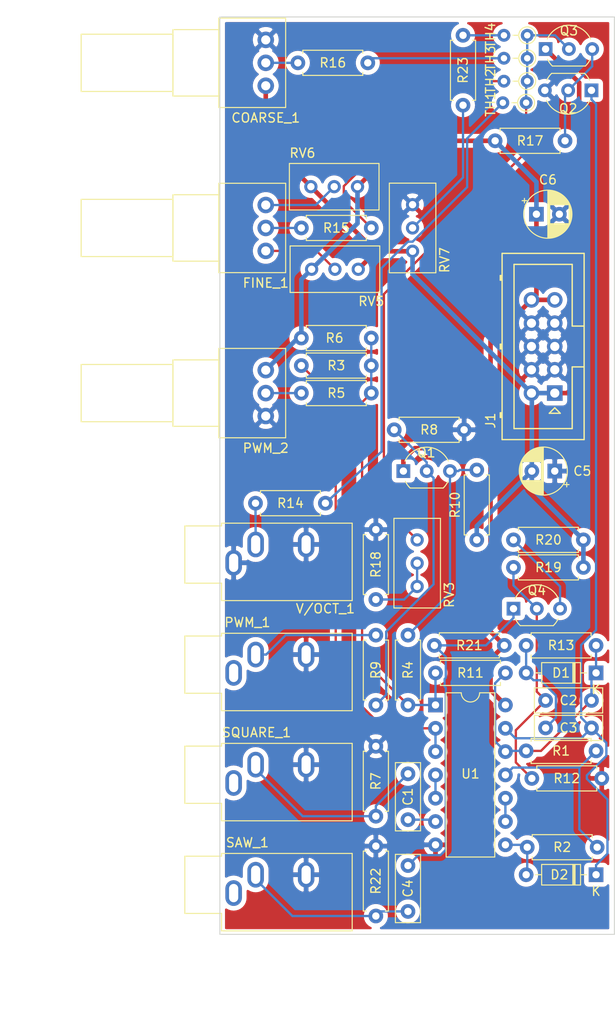
<source format=kicad_pcb>
(kicad_pcb (version 20171130) (host pcbnew 5.1.2)
  (layers (0 F.Cu signal) (31 B.Cu signal) (34 B.Paste user) (35 F.Paste user) (36 B.SilkS user) (37 F.SilkS user) (38 B.Mask user) (39 F.Mask user) (44 Edge.Cuts user))
  (net 0 "")
  (net 1 "Net-(C1-Pad2)")
  (net 2 "Net-(C1-Pad1)")
  (net 3 "Net-(C2-Pad2)")
  (net 4 "Net-(C2-Pad1)")
  (net 5 "Net-(C3-Pad2)")
  (net 6 "Net-(C3-Pad1)")
  (net 7 "Net-(C4-Pad2)")
  (net 8 "Net-(C4-Pad1)")
  (net 9 -12V)
  (net 10 GNDREF)
  (net 11 +12V)
  (net 12 "Net-(D2-Pad2)")
  (net 13 "Net-(PWM_1-PadT)")
  (net 14 "Net-(PWM_1-PadS)")
  (net 15 "Net-(Q1-Pad3)")
  (net 16 "Net-(Q1-Pad2)")
  (net 17 "Net-(Q2-Pad2)")
  (net 18 "Net-(Q3-Pad2)")
  (net 19 "Net-(Q4-Pad3)")
  (net 20 "Net-(R1-Pad1)")
  (net 21 "Net-(R11-Pad1)")
  (net 22 "Net-(R3-Pad1)")
  (net 23 "Net-(R14-Pad2)")
  (net 24 "Net-(R14-Pad1)")
  (net 25 "Net-(R15-Pad1)")
  (net 26 "Net-(R16-Pad1)")
  (net 27 "Net-(R18-Pad1)")
  (net 28 "Net-(R23-Pad2)")
  (net 29 "Net-(R23-Pad1)")
  (net 30 "Net-(SAW_1-PadS)")
  (net 31 "Net-(SQUARE_1-PadS)")
  (net 32 "Net-(U1-Pad4)")
  (net 33 "Net-(U1-Pad10)")
  (net 34 "Net-(COARSE_1-Pad2)")
  (net 35 "Net-(FINE_1-Pad1)")
  (net 36 "Net-(FINE_1-Pad2)")
  (net 37 "Net-(FINE_1-Pad3)")
  (net 38 "Net-(PWM_2-Pad2)")
  (module Potentiometer_THT:Potentiometer_Bourns_3296W_Vertical (layer F.Cu) (at 139.5 83.5 90)
    (fp_text reference RV3 (at -6 3.5 90) (layer F.SilkS))
    (fp_text value "1 k")
    (pad 3 thru_hole circle (at -5.08 0 90) (size 1.44 1.44) (drill 0.8) (layers *.Cu *.Mask) (net 27 "Net-(R18-Pad1)"))
    (pad 2 thru_hole circle (at -2.54 0 90) (size 1.44 1.44) (drill 0.8) (layers *.Cu *.Mask) (net 27 "Net-(R18-Pad1)"))
    (pad 1 thru_hole circle (at 0 0 90) (size 1.44 1.44) (drill 0.8) (layers *.Cu *.Mask) (net 18 "Net-(Q3-Pad2)"))
  )
  (module Connector_Audio:Jack_3.5mm_CUI_SJ1-3533NG_Horizontal (layer F.Cu) (at 119.5 86 90)
    (fp_text reference V/OCT_1 (at -5 10) (layer F.SilkS))
    (fp_text value AudioJack3_Ground)
    (pad R thru_hole oval (at 2 7.9 90) (size 2.8 1.8) (drill oval 2 1) (layers *.Cu *.Mask) (net 10 GNDREF))
    (pad T thru_hole oval (at 2 2.4 90) (size 2.8 1.8) (drill oval 2 1) (layers *.Cu *.Mask) (net 23 "Net-(R14-Pad2)"))
    (pad S thru_hole oval (at 0 0 90) (size 2.8 1.8) (drill oval 2 1) (layers *.Cu *.Mask) (net 10 GNDREF))
  )
  (module Package_DIP:DIP-14_W7.62mm (layer F.Cu) (at 141.5 101.5)
    (fp_text reference U1 (at 3.81 7.5) (layer F.SilkS))
    (fp_text value 4069)
    (pad 14 thru_hole oval (at 7.62 0) (size 1.6 1.6) (drill 0.8) (layers *.Cu *.Mask) (net 11 +12V))
    (pad 7 thru_hole oval (at 0 15.24) (size 1.6 1.6) (drill 0.8) (layers *.Cu *.Mask) (net 10 GNDREF))
    (pad 13 thru_hole oval (at 7.62 2.54) (size 1.6 1.6) (drill 0.8) (layers *.Cu *.Mask) (net 5 "Net-(C3-Pad2)"))
    (pad 6 thru_hole oval (at 0 12.7) (size 1.6 1.6) (drill 0.8) (layers *.Cu *.Mask) (net 1 "Net-(C1-Pad2)"))
    (pad 12 thru_hole oval (at 7.62 5.08) (size 1.6 1.6) (drill 0.8) (layers *.Cu *.Mask) (net 3 "Net-(C2-Pad2)"))
    (pad 5 thru_hole oval (at 0 10.16) (size 1.6 1.6) (drill 0.8) (layers *.Cu *.Mask) (net 32 "Net-(U1-Pad4)"))
    (pad 11 thru_hole oval (at 7.62 7.62) (size 1.6 1.6) (drill 0.8) (layers *.Cu *.Mask) (net 20 "Net-(R1-Pad1)"))
    (pad 4 thru_hole oval (at 0 7.62) (size 1.6 1.6) (drill 0.8) (layers *.Cu *.Mask) (net 32 "Net-(U1-Pad4)"))
    (pad 10 thru_hole oval (at 7.62 10.16) (size 1.6 1.6) (drill 0.8) (layers *.Cu *.Mask) (net 33 "Net-(U1-Pad10)"))
    (pad 3 thru_hole oval (at 0 5.08) (size 1.6 1.6) (drill 0.8) (layers *.Cu *.Mask) (net 22 "Net-(R3-Pad1)"))
    (pad 9 thru_hole oval (at 7.62 12.7) (size 1.6 1.6) (drill 0.8) (layers *.Cu *.Mask) (net 33 "Net-(U1-Pad10)"))
    (pad 2 thru_hole oval (at 0 2.54) (size 1.6 1.6) (drill 0.8) (layers *.Cu *.Mask) (net 22 "Net-(R3-Pad1)"))
    (pad 8 thru_hole oval (at 7.62 15.24) (size 1.6 1.6) (drill 0.8) (layers *.Cu *.Mask) (net 12 "Net-(D2-Pad2)"))
    (pad 1 thru_hole rect (at 0 0) (size 1.6 1.6) (drill 0.8) (layers *.Cu *.Mask) (net 21 "Net-(R11-Pad1)"))
  )
  (module Resistor_THT:R_Axial_DIN0204_L3.6mm_D1.6mm_P2.54mm_Vertical (layer F.Cu) (at 151.5 28.5 180)
    (fp_text reference TH4 (at 4 0 90) (layer F.SilkS))
    (fp_text value "10 k")
    (pad 2 thru_hole oval (at 2.54 0 180) (size 1.4 1.4) (drill 0.7) (layers *.Cu *.Mask) (net 29 "Net-(R23-Pad1)"))
    (pad 1 thru_hole circle (at 0 0 180) (size 1.4 1.4) (drill 0.7) (layers *.Cu *.Mask) (net 18 "Net-(Q3-Pad2)"))
  )
  (module Resistor_THT:R_Axial_DIN0204_L3.6mm_D1.6mm_P2.54mm_Vertical (layer F.Cu) (at 151.5 31 180)
    (fp_text reference TH3 (at 4 0 90) (layer F.SilkS))
    (fp_text value "10 k")
    (pad 2 thru_hole oval (at 2.54 0 180) (size 1.4 1.4) (drill 0.7) (layers *.Cu *.Mask) (net 26 "Net-(R16-Pad1)"))
    (pad 1 thru_hole circle (at 0 0 180) (size 1.4 1.4) (drill 0.7) (layers *.Cu *.Mask) (net 18 "Net-(Q3-Pad2)"))
  )
  (module Resistor_THT:R_Axial_DIN0204_L3.6mm_D1.6mm_P2.54mm_Vertical (layer F.Cu) (at 151.5 33.5 180)
    (fp_text reference TH2 (at 4 0 90) (layer F.SilkS))
    (fp_text value "10 k")
    (pad 2 thru_hole oval (at 2.54 0 180) (size 1.4 1.4) (drill 0.7) (layers *.Cu *.Mask) (net 25 "Net-(R15-Pad1)"))
    (pad 1 thru_hole circle (at 0 0 180) (size 1.4 1.4) (drill 0.7) (layers *.Cu *.Mask) (net 18 "Net-(Q3-Pad2)"))
  )
  (module Resistor_THT:R_Axial_DIN0204_L3.6mm_D1.6mm_P2.54mm_Vertical (layer F.Cu) (at 151.38 35.85 180)
    (fp_text reference TH1 (at 3.88 -0.15 90) (layer F.SilkS))
    (fp_text value "10 k")
    (pad 2 thru_hole oval (at 2.54 0 180) (size 1.4 1.4) (drill 0.7) (layers *.Cu *.Mask) (net 24 "Net-(R14-Pad1)"))
    (pad 1 thru_hole circle (at 0 0 180) (size 1.4 1.4) (drill 0.7) (layers *.Cu *.Mask) (net 18 "Net-(Q3-Pad2)"))
  )
  (module Connector_Audio:Jack_3.5mm_CUI_SJ1-3533NG_Horizontal (layer F.Cu) (at 119.5 110 90)
    (fp_text reference SQUARE_1 (at 5.5 2.5 180) (layer F.SilkS))
    (fp_text value AudioJack3_Ground)
    (pad R thru_hole oval (at 2 7.9 90) (size 2.8 1.8) (drill oval 2 1) (layers *.Cu *.Mask) (net 10 GNDREF))
    (pad T thru_hole oval (at 2 2.4 90) (size 2.8 1.8) (drill oval 2 1) (layers *.Cu *.Mask) (net 2 "Net-(C1-Pad1)"))
    (pad S thru_hole oval (at 0 0 90) (size 2.8 1.8) (drill oval 2 1) (layers *.Cu *.Mask) (net 31 "Net-(SQUARE_1-PadS)"))
  )
  (module Connector_Audio:Jack_3.5mm_CUI_SJ1-3533NG_Horizontal (layer F.Cu) (at 119.5 122 90)
    (fp_text reference SAW_1 (at 5.5 1.5 180) (layer F.SilkS))
    (fp_text value AudioJack3_Ground)
    (pad R thru_hole oval (at 2 7.9 90) (size 2.8 1.8) (drill oval 2 1) (layers *.Cu *.Mask) (net 10 GNDREF))
    (pad T thru_hole oval (at 2 2.4 90) (size 2.8 1.8) (drill oval 2 1) (layers *.Cu *.Mask) (net 8 "Net-(C4-Pad1)"))
    (pad S thru_hole oval (at 0 0 90) (size 2.8 1.8) (drill oval 2 1) (layers *.Cu *.Mask) (net 30 "Net-(SAW_1-PadS)"))
  )
  (module Potentiometer_THT:Potentiometer_Bourns_3296W_Vertical (layer F.Cu) (at 139 46.96 90)
    (fp_text reference RV7 (at -6.04 3.5 90) (layer F.SilkS))
    (fp_text value 22k)
    (pad 3 thru_hole circle (at -5.08 0 90) (size 1.44 1.44) (drill 0.8) (layers *.Cu *.Mask) (net 9 -12V))
    (pad 2 thru_hole circle (at -2.54 0 90) (size 1.44 1.44) (drill 0.8) (layers *.Cu *.Mask) (net 28 "Net-(R23-Pad2)"))
    (pad 1 thru_hole circle (at 0 0 90) (size 1.44 1.44) (drill 0.8) (layers *.Cu *.Mask) (net 10 GNDREF))
  )
  (module Potentiometer_THT:Potentiometer_Bourns_3296W_Vertical (layer F.Cu) (at 133 45)
    (fp_text reference RV6 (at -6 -3.66) (layer F.SilkS))
    (fp_text value 22k)
    (pad 3 thru_hole circle (at -5.08 0) (size 1.44 1.44) (drill 0.8) (layers *.Cu *.Mask) (net 9 -12V))
    (pad 2 thru_hole circle (at -2.54 0) (size 1.44 1.44) (drill 0.8) (layers *.Cu *.Mask) (net 35 "Net-(FINE_1-Pad1)"))
    (pad 1 thru_hole circle (at 0 0) (size 1.44 1.44) (drill 0.8) (layers *.Cu *.Mask) (net 11 +12V))
  )
  (module Potentiometer_THT:Potentiometer_Bourns_3296W_Vertical (layer F.Cu) (at 128 54 180)
    (fp_text reference RV5 (at -6.5 -3.5) (layer F.SilkS))
    (fp_text value 22k)
    (pad 3 thru_hole circle (at -5.08 0 180) (size 1.44 1.44) (drill 0.8) (layers *.Cu *.Mask) (net 9 -12V))
    (pad 2 thru_hole circle (at -2.54 0 180) (size 1.44 1.44) (drill 0.8) (layers *.Cu *.Mask) (net 37 "Net-(FINE_1-Pad3)"))
    (pad 1 thru_hole circle (at 0 0 180) (size 1.44 1.44) (drill 0.8) (layers *.Cu *.Mask) (net 11 +12V))
  )
  (module Potentiometer_THT:Potentiometer_Alps_RK097_Single_Horizontal (layer F.Cu) (at 123 47 180)
    (fp_text reference FINE_1 (at 0 -8.5) (layer F.SilkS))
    (fp_text value "22 k")
    (pad 1 thru_hole circle (at 0 0 180) (size 1.8 1.8) (drill 1) (layers *.Cu *.Mask) (net 35 "Net-(FINE_1-Pad1)"))
    (pad 2 thru_hole circle (at 0 -2.5 180) (size 1.8 1.8) (drill 1) (layers *.Cu *.Mask) (net 36 "Net-(FINE_1-Pad2)"))
    (pad 3 thru_hole circle (at 0 -5 180) (size 1.8 1.8) (drill 1) (layers *.Cu *.Mask) (net 37 "Net-(FINE_1-Pad3)"))
  )
  (module Potentiometer_THT:Potentiometer_Alps_RK097_Single_Horizontal (layer F.Cu) (at 123 29 180)
    (fp_text reference COARSE_1 (at 0 -8.5) (layer F.SilkS))
    (fp_text value "22 k")
    (pad 1 thru_hole circle (at 0 0 180) (size 1.8 1.8) (drill 1) (layers *.Cu *.Mask) (net 10 GNDREF))
    (pad 2 thru_hole circle (at 0 -2.5 180) (size 1.8 1.8) (drill 1) (layers *.Cu *.Mask) (net 34 "Net-(COARSE_1-Pad2)"))
    (pad 3 thru_hole circle (at 0 -5 180) (size 1.8 1.8) (drill 1) (layers *.Cu *.Mask) (net 9 -12V))
  )
  (module Potentiometer_THT:Potentiometer_Alps_RK097_Single_Horizontal (layer F.Cu) (at 123 65 180)
    (fp_text reference PWM_2 (at 0 -8.5) (layer F.SilkS))
    (fp_text value "22 k")
    (pad 1 thru_hole circle (at 0 0 180) (size 1.8 1.8) (drill 1) (layers *.Cu *.Mask) (net 11 +12V))
    (pad 2 thru_hole circle (at 0 -2.5 180) (size 1.8 1.8) (drill 1) (layers *.Cu *.Mask) (net 38 "Net-(PWM_2-Pad2)"))
    (pad 3 thru_hole circle (at 0 -5 180) (size 1.8 1.8) (drill 1) (layers *.Cu *.Mask) (net 10 GNDREF))
  )
  (module Resistor_THT:R_Axial_DIN0207_L6.3mm_D2.5mm_P7.62mm_Horizontal (layer F.Cu) (at 144.5 28.5 270)
    (fp_text reference R23 (at 3.81 0 90) (layer F.SilkS))
    (fp_text value "100 k")
    (pad 2 thru_hole oval (at 7.62 0 270) (size 1.6 1.6) (drill 0.8) (layers *.Cu *.Mask) (net 28 "Net-(R23-Pad2)"))
    (pad 1 thru_hole circle (at 0 0 270) (size 1.6 1.6) (drill 0.8) (layers *.Cu *.Mask) (net 29 "Net-(R23-Pad1)"))
  )
  (module Resistor_THT:R_Axial_DIN0207_L6.3mm_D2.5mm_P7.62mm_Horizontal (layer F.Cu) (at 135 124.5 90)
    (fp_text reference R22 (at 3.81 0 90) (layer F.SilkS))
    (fp_text value "100 k")
    (pad 2 thru_hole oval (at 7.62 0 90) (size 1.6 1.6) (drill 0.8) (layers *.Cu *.Mask) (net 10 GNDREF))
    (pad 1 thru_hole circle (at 0 0 90) (size 1.6 1.6) (drill 0.8) (layers *.Cu *.Mask) (net 8 "Net-(C4-Pad1)"))
  )
  (module Resistor_THT:R_Axial_DIN0207_L6.3mm_D2.5mm_P7.62mm_Horizontal (layer F.Cu) (at 149 95 180)
    (fp_text reference R21 (at 3.81 0) (layer F.SilkS))
    (fp_text value "3.3 k")
    (pad 2 thru_hole oval (at 7.62 0 180) (size 1.6 1.6) (drill 0.8) (layers *.Cu *.Mask) (net 7 "Net-(C4-Pad2)"))
    (pad 1 thru_hole circle (at 0 0 180) (size 1.6 1.6) (drill 0.8) (layers *.Cu *.Mask) (net 11 +12V))
  )
  (module Resistor_THT:R_Axial_DIN0207_L6.3mm_D2.5mm_P7.62mm_Horizontal (layer F.Cu) (at 150 83.5)
    (fp_text reference R20 (at 3.81 0) (layer F.SilkS))
    (fp_text value "1 k")
    (pad 2 thru_hole oval (at 7.62 0) (size 1.6 1.6) (drill 0.8) (layers *.Cu *.Mask) (net 9 -12V))
    (pad 1 thru_hole circle (at 0 0) (size 1.6 1.6) (drill 0.8) (layers *.Cu *.Mask) (net 19 "Net-(Q4-Pad3)"))
  )
  (module Resistor_THT:R_Axial_DIN0207_L6.3mm_D2.5mm_P7.62mm_Horizontal (layer F.Cu) (at 150 86.5)
    (fp_text reference R19 (at 3.81 0) (layer F.SilkS))
    (fp_text value "33 k")
    (pad 2 thru_hole oval (at 7.62 0) (size 1.6 1.6) (drill 0.8) (layers *.Cu *.Mask) (net 9 -12V))
    (pad 1 thru_hole circle (at 0 0) (size 1.6 1.6) (drill 0.8) (layers *.Cu *.Mask) (net 4 "Net-(C2-Pad1)"))
  )
  (module Resistor_THT:R_Axial_DIN0207_L6.3mm_D2.5mm_P7.62mm_Horizontal (layer F.Cu) (at 135 90 90)
    (fp_text reference R18 (at 3.81 0 90) (layer F.SilkS))
    (fp_text value "1.5 k")
    (pad 2 thru_hole oval (at 7.62 0 90) (size 1.6 1.6) (drill 0.8) (layers *.Cu *.Mask) (net 10 GNDREF))
    (pad 1 thru_hole circle (at 0 0 90) (size 1.6 1.6) (drill 0.8) (layers *.Cu *.Mask) (net 27 "Net-(R18-Pad1)"))
  )
  (module Resistor_THT:R_Axial_DIN0207_L6.3mm_D2.5mm_P7.62mm_Horizontal (layer F.Cu) (at 148 40)
    (fp_text reference R17 (at 3.81 0) (layer F.SilkS))
    (fp_text value "1 M")
    (pad 2 thru_hole oval (at 7.62 0) (size 1.6 1.6) (drill 0.8) (layers *.Cu *.Mask) (net 17 "Net-(Q2-Pad2)"))
    (pad 1 thru_hole circle (at 0 0) (size 1.6 1.6) (drill 0.8) (layers *.Cu *.Mask) (net 11 +12V))
  )
  (module Resistor_THT:R_Axial_DIN0207_L6.3mm_D2.5mm_P7.62mm_Horizontal (layer F.Cu) (at 134.12 31.5 180)
    (fp_text reference R16 (at 3.81 0) (layer F.SilkS))
    (fp_text value "100 k")
    (pad 2 thru_hole oval (at 7.62 0 180) (size 1.6 1.6) (drill 0.8) (layers *.Cu *.Mask) (net 34 "Net-(COARSE_1-Pad2)"))
    (pad 1 thru_hole circle (at 0 0 180) (size 1.6 1.6) (drill 0.8) (layers *.Cu *.Mask) (net 26 "Net-(R16-Pad1)"))
  )
  (module Resistor_THT:R_Axial_DIN0207_L6.3mm_D2.5mm_P7.62mm_Horizontal (layer F.Cu) (at 134.5 49.5 180)
    (fp_text reference R15 (at 3.81 0) (layer F.SilkS))
    (fp_text value "100 k")
    (pad 2 thru_hole oval (at 7.62 0 180) (size 1.6 1.6) (drill 0.8) (layers *.Cu *.Mask) (net 36 "Net-(FINE_1-Pad2)"))
    (pad 1 thru_hole circle (at 0 0 180) (size 1.6 1.6) (drill 0.8) (layers *.Cu *.Mask) (net 25 "Net-(R15-Pad1)"))
  )
  (module Resistor_THT:R_Axial_DIN0207_L6.3mm_D2.5mm_P7.62mm_Horizontal (layer F.Cu) (at 129.5 79.5 180)
    (fp_text reference R14 (at 3.81 0) (layer F.SilkS))
    (fp_text value "100 k")
    (pad 2 thru_hole oval (at 7.62 0 180) (size 1.6 1.6) (drill 0.8) (layers *.Cu *.Mask) (net 23 "Net-(R14-Pad2)"))
    (pad 1 thru_hole circle (at 0 0 180) (size 1.6 1.6) (drill 0.8) (layers *.Cu *.Mask) (net 24 "Net-(R14-Pad1)"))
  )
  (module Resistor_THT:R_Axial_DIN0207_L6.3mm_D2.5mm_P7.62mm_Horizontal (layer F.Cu) (at 159 95 180)
    (fp_text reference R13 (at 3.81 0) (layer F.SilkS))
    (fp_text value 680)
    (pad 2 thru_hole oval (at 7.62 0 180) (size 1.6 1.6) (drill 0.8) (layers *.Cu *.Mask) (net 6 "Net-(C3-Pad1)"))
    (pad 1 thru_hole circle (at 0 0 180) (size 1.6 1.6) (drill 0.8) (layers *.Cu *.Mask) (net 3 "Net-(C2-Pad2)"))
  )
  (module Resistor_THT:R_Axial_DIN0207_L6.3mm_D2.5mm_P7.62mm_Horizontal (layer F.Cu) (at 152 109.5)
    (fp_text reference R12 (at 3.81 0) (layer F.SilkS))
    (fp_text value "100 k")
    (pad 2 thru_hole oval (at 7.62 0) (size 1.6 1.6) (drill 0.8) (layers *.Cu *.Mask) (net 10 GNDREF))
    (pad 1 thru_hole circle (at 0 0) (size 1.6 1.6) (drill 0.8) (layers *.Cu *.Mask) (net 4 "Net-(C2-Pad1)"))
  )
  (module Resistor_THT:R_Axial_DIN0207_L6.3mm_D2.5mm_P7.62mm_Horizontal (layer F.Cu) (at 141.5 98)
    (fp_text reference R11 (at 3.81 0) (layer F.SilkS))
    (fp_text value "47 k")
    (pad 2 thru_hole oval (at 7.62 0) (size 1.6 1.6) (drill 0.8) (layers *.Cu *.Mask) (net 3 "Net-(C2-Pad2)"))
    (pad 1 thru_hole circle (at 0 0) (size 1.6 1.6) (drill 0.8) (layers *.Cu *.Mask) (net 21 "Net-(R11-Pad1)"))
  )
  (module Resistor_THT:R_Axial_DIN0207_L6.3mm_D2.5mm_P7.62mm_Horizontal (layer F.Cu) (at 146 83.5 90)
    (fp_text reference R10 (at 3.81 -2.37 90) (layer F.SilkS))
    (fp_text value "10 k")
    (pad 2 thru_hole oval (at 7.62 0 90) (size 1.6 1.6) (drill 0.8) (layers *.Cu *.Mask) (net 15 "Net-(Q1-Pad3)"))
    (pad 1 thru_hole circle (at 0 0 90) (size 1.6 1.6) (drill 0.8) (layers *.Cu *.Mask) (net 9 -12V))
  )
  (module Resistor_THT:R_Axial_DIN0207_L6.3mm_D2.5mm_P7.62mm_Horizontal (layer F.Cu) (at 135 101.5 90)
    (fp_text reference R9 (at 3.81 0 90) (layer F.SilkS))
    (fp_text value "100 k")
    (pad 2 thru_hole oval (at 7.62 0 90) (size 1.6 1.6) (drill 0.8) (layers *.Cu *.Mask) (net 13 "Net-(PWM_1-PadT)"))
    (pad 1 thru_hole circle (at 0 0 90) (size 1.6 1.6) (drill 0.8) (layers *.Cu *.Mask) (net 16 "Net-(Q1-Pad2)"))
  )
  (module Resistor_THT:R_Axial_DIN0207_L6.3mm_D2.5mm_P7.62mm_Horizontal (layer F.Cu) (at 137 71.5)
    (fp_text reference R8 (at 3.81 0) (layer F.SilkS))
    (fp_text value "1 M")
    (pad 2 thru_hole oval (at 7.62 0) (size 1.6 1.6) (drill 0.8) (layers *.Cu *.Mask) (net 10 GNDREF))
    (pad 1 thru_hole circle (at 0 0) (size 1.6 1.6) (drill 0.8) (layers *.Cu *.Mask) (net 16 "Net-(Q1-Pad2)"))
  )
  (module Resistor_THT:R_Axial_DIN0207_L6.3mm_D2.5mm_P7.62mm_Horizontal (layer F.Cu) (at 135 106 270)
    (fp_text reference R7 (at 3.81 0 90) (layer F.SilkS))
    (fp_text value "100 k")
    (pad 2 thru_hole oval (at 7.62 0 270) (size 1.6 1.6) (drill 0.8) (layers *.Cu *.Mask) (net 2 "Net-(C1-Pad1)"))
    (pad 1 thru_hole circle (at 0 0 270) (size 1.6 1.6) (drill 0.8) (layers *.Cu *.Mask) (net 10 GNDREF))
  )
  (module Resistor_THT:R_Axial_DIN0207_L6.3mm_D2.5mm_P7.62mm_Horizontal (layer F.Cu) (at 134.5 61.5 180)
    (fp_text reference R6 (at 4 0) (layer F.SilkS))
    (fp_text value "68 k")
    (pad 2 thru_hole oval (at 7.62 0 180) (size 1.6 1.6) (drill 0.8) (layers *.Cu *.Mask) (net 11 +12V))
    (pad 1 thru_hole circle (at 0 0 180) (size 1.6 1.6) (drill 0.8) (layers *.Cu *.Mask) (net 21 "Net-(R11-Pad1)"))
  )
  (module Resistor_THT:R_Axial_DIN0207_L6.3mm_D2.5mm_P7.62mm_Horizontal (layer F.Cu) (at 134.5 67.5 180)
    (fp_text reference R5 (at 3.81 0) (layer F.SilkS))
    (fp_text value "100 k")
    (pad 2 thru_hole oval (at 7.62 0 180) (size 1.6 1.6) (drill 0.8) (layers *.Cu *.Mask) (net 38 "Net-(PWM_2-Pad2)"))
    (pad 1 thru_hole circle (at 0 0 180) (size 1.6 1.6) (drill 0.8) (layers *.Cu *.Mask) (net 21 "Net-(R11-Pad1)"))
  )
  (module Resistor_THT:R_Axial_DIN0207_L6.3mm_D2.5mm_P7.62mm_Horizontal (layer F.Cu) (at 138.5 101.5 90)
    (fp_text reference R4 (at 3.81 0 90) (layer F.SilkS))
    (fp_text value "100 k")
    (pad 2 thru_hole oval (at 7.62 0 90) (size 1.6 1.6) (drill 0.8) (layers *.Cu *.Mask) (net 15 "Net-(Q1-Pad3)"))
    (pad 1 thru_hole circle (at 0 0 90) (size 1.6 1.6) (drill 0.8) (layers *.Cu *.Mask) (net 21 "Net-(R11-Pad1)"))
  )
  (module Resistor_THT:R_Axial_DIN0207_L6.3mm_D2.5mm_P7.62mm_Horizontal (layer F.Cu) (at 126.88 64.5)
    (fp_text reference R3 (at 3.81 0) (layer F.SilkS))
    (fp_text value "100 k")
    (pad 2 thru_hole oval (at 7.62 0) (size 1.6 1.6) (drill 0.8) (layers *.Cu *.Mask) (net 21 "Net-(R11-Pad1)"))
    (pad 1 thru_hole circle (at 0 0) (size 1.6 1.6) (drill 0.8) (layers *.Cu *.Mask) (net 22 "Net-(R3-Pad1)"))
  )
  (module Resistor_THT:R_Axial_DIN0207_L6.3mm_D2.5mm_P7.62mm_Horizontal (layer F.Cu) (at 151.5 117)
    (fp_text reference R2 (at 3.81 0) (layer F.SilkS))
    (fp_text value "22 k")
    (pad 2 thru_hole oval (at 7.62 0) (size 1.6 1.6) (drill 0.8) (layers *.Cu *.Mask) (net 20 "Net-(R1-Pad1)"))
    (pad 1 thru_hole circle (at 0 0) (size 1.6 1.6) (drill 0.8) (layers *.Cu *.Mask) (net 12 "Net-(D2-Pad2)"))
  )
  (module Resistor_THT:R_Axial_DIN0207_L6.3mm_D2.5mm_P7.62mm_Horizontal (layer F.Cu) (at 159 106.5 180)
    (fp_text reference R1 (at 3.81 0) (layer F.SilkS))
    (fp_text value "10 k")
    (pad 2 thru_hole oval (at 7.62 0 180) (size 1.6 1.6) (drill 0.8) (layers *.Cu *.Mask) (net 3 "Net-(C2-Pad2)"))
    (pad 1 thru_hole circle (at 0 0 180) (size 1.6 1.6) (drill 0.8) (layers *.Cu *.Mask) (net 20 "Net-(R1-Pad1)"))
  )
  (module Package_TO_SOT_THT:TO-92_Inline_Wide (layer F.Cu) (at 150 91)
    (fp_text reference Q4 (at 2.54 -2) (layer F.SilkS))
    (fp_text value BC550)
    (pad 1 thru_hole rect (at 0 0 90) (size 1.5 1.5) (drill 0.8) (layers *.Cu *.Mask) (net 7 "Net-(C4-Pad2)"))
    (pad 3 thru_hole circle (at 5.08 0 90) (size 1.5 1.5) (drill 0.8) (layers *.Cu *.Mask) (net 19 "Net-(Q4-Pad3)"))
    (pad 2 thru_hole circle (at 2.54 0 90) (size 1.5 1.5) (drill 0.8) (layers *.Cu *.Mask) (net 4 "Net-(C2-Pad1)"))
  )
  (module Package_TO_SOT_THT:TO-92_Inline_Wide (layer F.Cu) (at 153.5 30)
    (fp_text reference Q3 (at 2.54 -2) (layer F.SilkS))
    (fp_text value BC560)
    (pad 1 thru_hole rect (at 0 0 90) (size 1.5 1.5) (drill 0.8) (layers *.Cu *.Mask) (net 9 -12V))
    (pad 3 thru_hole circle (at 5.08 0 90) (size 1.5 1.5) (drill 0.8) (layers *.Cu *.Mask) (net 17 "Net-(Q2-Pad2)"))
    (pad 2 thru_hole circle (at 2.54 0 90) (size 1.5 1.5) (drill 0.8) (layers *.Cu *.Mask) (net 18 "Net-(Q3-Pad2)"))
  )
  (module Package_TO_SOT_THT:TO-92_Inline_Wide (layer F.Cu) (at 158.5 34.5 180)
    (fp_text reference Q2 (at 2.54 -2) (layer F.SilkS))
    (fp_text value BC550)
    (pad 1 thru_hole rect (at 0 0 270) (size 1.5 1.5) (drill 0.8) (layers *.Cu *.Mask) (net 5 "Net-(C3-Pad2)"))
    (pad 3 thru_hole circle (at 5.08 0 270) (size 1.5 1.5) (drill 0.8) (layers *.Cu *.Mask) (net 10 GNDREF))
    (pad 2 thru_hole circle (at 2.54 0 270) (size 1.5 1.5) (drill 0.8) (layers *.Cu *.Mask) (net 17 "Net-(Q2-Pad2)"))
  )
  (module Package_TO_SOT_THT:TO-92_Inline_Wide (layer F.Cu) (at 138 76)
    (fp_text reference Q1 (at 2.5 -2) (layer F.SilkS))
    (fp_text value BC550)
    (pad 1 thru_hole rect (at 0 0 90) (size 1.5 1.5) (drill 0.8) (layers *.Cu *.Mask) (net 11 +12V))
    (pad 3 thru_hole circle (at 5.08 0 90) (size 1.5 1.5) (drill 0.8) (layers *.Cu *.Mask) (net 15 "Net-(Q1-Pad3)"))
    (pad 2 thru_hole circle (at 2.54 0 90) (size 1.5 1.5) (drill 0.8) (layers *.Cu *.Mask) (net 16 "Net-(Q1-Pad2)"))
  )
  (module Connector_Audio:Jack_3.5mm_CUI_SJ1-3533NG_Horizontal (layer F.Cu) (at 119.5 98 90)
    (fp_text reference PWM_1 (at 5.5 1.5 180) (layer F.SilkS))
    (fp_text value AudioJack3_Ground)
    (pad R thru_hole oval (at 2 7.9 90) (size 2.8 1.8) (drill oval 2 1) (layers *.Cu *.Mask) (net 10 GNDREF))
    (pad T thru_hole oval (at 2 2.4 90) (size 2.8 1.8) (drill oval 2 1) (layers *.Cu *.Mask) (net 13 "Net-(PWM_1-PadT)"))
    (pad S thru_hole oval (at 0 0 90) (size 2.8 1.8) (drill oval 2 1) (layers *.Cu *.Mask) (net 14 "Net-(PWM_1-PadS)"))
  )
  (module Connector_Multicomp:Multicomp_MC9A12-1034_2x05_P2.54mm_Vertical (layer F.Cu) (at 154.5 67.5 90)
    (fp_text reference J1 (at -3 -7 90) (layer F.SilkS))
    (fp_text value Conn_02x05_Odd_Even)
    (pad 10 thru_hole circle (at 10.16 -2.54 90) (size 1.7 1.7) (drill 1) (layers *.Cu *.Mask) (net 11 +12V))
    (pad 9 thru_hole circle (at 10.16 0 90) (size 1.7 1.7) (drill 1) (layers *.Cu *.Mask) (net 11 +12V))
    (pad 8 thru_hole circle (at 7.62 -2.54 90) (size 1.7 1.7) (drill 1) (layers *.Cu *.Mask) (net 10 GNDREF))
    (pad 7 thru_hole circle (at 7.62 0 90) (size 1.7 1.7) (drill 1) (layers *.Cu *.Mask) (net 10 GNDREF))
    (pad 6 thru_hole circle (at 5.08 -2.54 90) (size 1.7 1.7) (drill 1) (layers *.Cu *.Mask) (net 10 GNDREF))
    (pad 5 thru_hole circle (at 5.08 0 90) (size 1.7 1.7) (drill 1) (layers *.Cu *.Mask) (net 10 GNDREF))
    (pad 4 thru_hole circle (at 2.54 -2.54 90) (size 1.7 1.7) (drill 1) (layers *.Cu *.Mask) (net 10 GNDREF))
    (pad 3 thru_hole circle (at 2.54 0 90) (size 1.7 1.7) (drill 1) (layers *.Cu *.Mask) (net 10 GNDREF))
    (pad 2 thru_hole circle (at 0 -2.54 90) (size 1.7 1.7) (drill 1) (layers *.Cu *.Mask) (net 9 -12V))
    (pad 1 thru_hole rect (at 0 0 90) (size 1.7 1.7) (drill 1) (layers *.Cu *.Mask) (net 9 -12V))
  )
  (module Diode_THT:D_DO-35_SOD27_P7.62mm_Horizontal (layer F.Cu) (at 159 120 180)
    (fp_text reference D2 (at 4 0) (layer F.SilkS))
    (fp_text value 1N4148)
    (fp_text user K (at 0 -1.8) (layer F.SilkS))
    (pad 2 thru_hole oval (at 7.62 0 180) (size 1.6 1.6) (drill 0.8) (layers *.Cu *.Mask) (net 12 "Net-(D2-Pad2)"))
    (pad 1 thru_hole rect (at 0 0 180) (size 1.6 1.6) (drill 0.8) (layers *.Cu *.Mask) (net 5 "Net-(C3-Pad2)"))
  )
  (module Diode_THT:D_DO-35_SOD27_P7.62mm_Horizontal (layer F.Cu) (at 159 98 180)
    (fp_text reference D1 (at 3.81 0) (layer F.SilkS))
    (fp_text value 1N4148)
    (fp_text user K (at 0 -1.8) (layer F.SilkS))
    (pad 2 thru_hole oval (at 7.62 0 180) (size 1.6 1.6) (drill 0.8) (layers *.Cu *.Mask) (net 6 "Net-(C3-Pad1)"))
    (pad 1 thru_hole rect (at 0 0 180) (size 1.6 1.6) (drill 0.8) (layers *.Cu *.Mask) (net 3 "Net-(C2-Pad2)"))
  )
  (module Capacitor_THT:CP_Radial_D5.0mm_P2.50mm (layer F.Cu) (at 152.5 48)
    (fp_text reference C6 (at 1.25 -3.75) (layer F.SilkS))
    (fp_text value 22µf)
    (pad 2 thru_hole circle (at 2.5 0) (size 1.6 1.6) (drill 0.8) (layers *.Cu *.Mask) (net 10 GNDREF))
    (pad 1 thru_hole rect (at 0 0) (size 1.6 1.6) (drill 0.8) (layers *.Cu *.Mask) (net 11 +12V))
  )
  (module Capacitor_THT:CP_Radial_D5.0mm_P2.50mm (layer F.Cu) (at 154.5 76 180)
    (fp_text reference C5 (at -3 0) (layer F.SilkS))
    (fp_text value 22µf)
    (pad 2 thru_hole circle (at 2.5 0 180) (size 1.6 1.6) (drill 0.8) (layers *.Cu *.Mask) (net 9 -12V))
    (pad 1 thru_hole rect (at 0 0 180) (size 1.6 1.6) (drill 0.8) (layers *.Cu *.Mask) (net 10 GNDREF))
  )
  (module Capacitor_THT:C_Rect_L7.2mm_W2.5mm_P5.00mm_FKS2_FKP2_MKS2_MKP2 (layer F.Cu) (at 138.5 124 90)
    (fp_text reference C4 (at 2.5 0 90) (layer F.SilkS))
    (fp_text value "220 nf")
    (pad 2 thru_hole circle (at 5 0 90) (size 1.6 1.6) (drill 0.8) (layers *.Cu *.Mask) (net 7 "Net-(C4-Pad2)"))
    (pad 1 thru_hole circle (at 0 0 90) (size 1.6 1.6) (drill 0.8) (layers *.Cu *.Mask) (net 8 "Net-(C4-Pad1)"))
  )
  (module Capacitor_THT:C_Rect_L7.2mm_W2.5mm_P5.00mm_FKS2_FKP2_MKS2_MKP2 (layer F.Cu) (at 153.5 104)
    (fp_text reference C3 (at 2.5 0) (layer F.SilkS))
    (fp_text value "2.2 nf")
    (pad 2 thru_hole circle (at 5 0) (size 1.6 1.6) (drill 0.8) (layers *.Cu *.Mask) (net 5 "Net-(C3-Pad2)"))
    (pad 1 thru_hole circle (at 0 0) (size 1.6 1.6) (drill 0.8) (layers *.Cu *.Mask) (net 6 "Net-(C3-Pad1)"))
  )
  (module Capacitor_THT:C_Rect_L7.2mm_W2.5mm_P5.00mm_FKS2_FKP2_MKS2_MKP2 (layer F.Cu) (at 153.5 101)
    (fp_text reference C2 (at 2.5 0) (layer F.SilkS))
    (fp_text value "220 nf")
    (pad 2 thru_hole circle (at 5 0) (size 1.6 1.6) (drill 0.8) (layers *.Cu *.Mask) (net 3 "Net-(C2-Pad2)"))
    (pad 1 thru_hole circle (at 0 0) (size 1.6 1.6) (drill 0.8) (layers *.Cu *.Mask) (net 4 "Net-(C2-Pad1)"))
  )
  (module Capacitor_THT:C_Rect_L7.2mm_W2.5mm_P5.00mm_FKS2_FKP2_MKS2_MKP2 (layer F.Cu) (at 138.5 109 270)
    (fp_text reference C1 (at 2.5 0 90) (layer F.SilkS))
    (fp_text value "220 nf")
    (pad 2 thru_hole circle (at 5 0 270) (size 1.6 1.6) (drill 0.8) (layers *.Cu *.Mask) (net 1 "Net-(C1-Pad2)"))
    (pad 1 thru_hole circle (at 0 0 270) (size 1.6 1.6) (drill 0.8) (layers *.Cu *.Mask) (net 2 "Net-(C1-Pad1)"))
  )
  (gr_line (start 161 26.5) (end 118 26.5) (layer Edge.Cuts) (width 0.1))
  (gr_line (start 161 126.5) (end 161 26.5) (layer Edge.Cuts) (width 0.1))
  (gr_line (start 118 126.5) (end 161 126.5) (layer Edge.Cuts) (width 0.1))
  (gr_line (start 118 126.5) (end 118 26.5) (layer Edge.Cuts) (width 0.1))
  (segment (start 141.3 114) (end 141.5 114.2) (width 0.25) (layer B.Cu) (net 1))
  (segment (start 138.5 114) (end 141.3 114) (width 0.25) (layer B.Cu) (net 1))
  (segment (start 135 112.5) (end 135 113.62) (width 0.25) (layer B.Cu) (net 2))
  (segment (start 138.5 109) (end 135 112.5) (width 0.25) (layer B.Cu) (net 2))
  (segment (start 121.9 108.5) (end 121.9 108) (width 0.25) (layer B.Cu) (net 2))
  (segment (start 127.02 113.62) (end 121.9 108.5) (width 0.25) (layer B.Cu) (net 2))
  (segment (start 135 113.62) (end 127.02 113.62) (width 0.25) (layer B.Cu) (net 2))
  (segment (start 149.2 106.5) (end 149.12 106.58) (width 0.25) (layer B.Cu) (net 3))
  (segment (start 151.38 106.5) (end 149.2 106.5) (width 0.25) (layer B.Cu) (net 3))
  (segment (start 147.994999 99.125001) (end 148.320001 98.799999) (width 0.25) (layer B.Cu) (net 3))
  (segment (start 147.994999 105.454999) (end 147.994999 99.125001) (width 0.25) (layer B.Cu) (net 3))
  (segment (start 148.320001 98.799999) (end 149.12 98) (width 0.25) (layer B.Cu) (net 3))
  (segment (start 149.12 106.58) (end 147.994999 105.454999) (width 0.25) (layer B.Cu) (net 3))
  (segment (start 153 106.5) (end 158.5 101) (width 0.25) (layer F.Cu) (net 3))
  (segment (start 151.38 106.5) (end 153 106.5) (width 0.25) (layer F.Cu) (net 3))
  (segment (start 158.5 98.5) (end 159 98) (width 0.25) (layer B.Cu) (net 3))
  (segment (start 158.5 101) (end 158.5 98.5) (width 0.25) (layer B.Cu) (net 3))
  (segment (start 159 96.95) (end 159 95) (width 0.25) (layer B.Cu) (net 3))
  (segment (start 159 98) (end 159 96.95) (width 0.25) (layer B.Cu) (net 3))
  (segment (start 150.254999 104.245001) (end 152.700001 101.799999) (width 0.25) (layer F.Cu) (net 4))
  (segment (start 150.254999 107.754999) (end 150.254999 104.245001) (width 0.25) (layer F.Cu) (net 4))
  (segment (start 152.700001 101.799999) (end 153.5 101) (width 0.25) (layer F.Cu) (net 4))
  (segment (start 152 109.5) (end 150.254999 107.754999) (width 0.25) (layer F.Cu) (net 4))
  (segment (start 152.54 100.04) (end 153.5 101) (width 0.25) (layer F.Cu) (net 4))
  (segment (start 152.54 91) (end 152.54 100.04) (width 0.25) (layer F.Cu) (net 4))
  (segment (start 150 88.46) (end 150 86.5) (width 0.25) (layer B.Cu) (net 4))
  (segment (start 152.54 91) (end 150 88.46) (width 0.25) (layer B.Cu) (net 4))
  (segment (start 157.700001 104.799999) (end 158.5 104) (width 0.25) (layer B.Cu) (net 5))
  (segment (start 157.374999 105.125001) (end 157.700001 104.799999) (width 0.25) (layer B.Cu) (net 5))
  (segment (start 150.205001 105.125001) (end 157.374999 105.125001) (width 0.25) (layer B.Cu) (net 5))
  (segment (start 149.12 104.04) (end 150.205001 105.125001) (width 0.25) (layer B.Cu) (net 5))
  (segment (start 159.299999 104.799999) (end 158.5 104) (width 0.25) (layer B.Cu) (net 5))
  (segment (start 160.125001 107.040001) (end 160.125001 105.625001) (width 0.25) (layer B.Cu) (net 5))
  (segment (start 158 109.165002) (end 160.125001 107.040001) (width 0.25) (layer B.Cu) (net 5))
  (segment (start 158 109.545002) (end 158 109.165002) (width 0.25) (layer B.Cu) (net 5))
  (segment (start 160.245001 111.790003) (end 158 109.545002) (width 0.25) (layer B.Cu) (net 5))
  (segment (start 160.125001 105.625001) (end 159.299999 104.799999) (width 0.25) (layer B.Cu) (net 5))
  (segment (start 160.245001 117.704999) (end 160.245001 111.790003) (width 0.25) (layer B.Cu) (net 5))
  (segment (start 159 118.95) (end 160.245001 117.704999) (width 0.25) (layer B.Cu) (net 5))
  (segment (start 159 120) (end 159 118.95) (width 0.25) (layer B.Cu) (net 5))
  (segment (start 157.374999 102.874999) (end 157.700001 103.200001) (width 0.25) (layer B.Cu) (net 5))
  (segment (start 157.374999 94.959999) (end 157.374999 102.874999) (width 0.25) (layer B.Cu) (net 5))
  (segment (start 159 93.334998) (end 157.374999 94.959999) (width 0.25) (layer B.Cu) (net 5))
  (segment (start 159 36) (end 159 93.334998) (width 0.25) (layer B.Cu) (net 5))
  (segment (start 157.700001 103.200001) (end 158.5 104) (width 0.25) (layer B.Cu) (net 5))
  (segment (start 158.5 35.5) (end 159 36) (width 0.25) (layer B.Cu) (net 5))
  (segment (start 158.5 34.5) (end 158.5 35.5) (width 0.25) (layer B.Cu) (net 5))
  (segment (start 151.38 95) (end 151.38 98) (width 0.25) (layer B.Cu) (net 6))
  (segment (start 154.625001 102.874999) (end 154.299999 103.200001) (width 0.25) (layer B.Cu) (net 6))
  (segment (start 154.625001 100.459999) (end 154.625001 102.874999) (width 0.25) (layer B.Cu) (net 6))
  (segment (start 152.965001 98.799999) (end 154.625001 100.459999) (width 0.25) (layer B.Cu) (net 6))
  (segment (start 154.299999 103.200001) (end 153.5 104) (width 0.25) (layer B.Cu) (net 6))
  (segment (start 152.179999 98.799999) (end 152.965001 98.799999) (width 0.25) (layer B.Cu) (net 6))
  (segment (start 151.38 98) (end 152.179999 98.799999) (width 0.25) (layer B.Cu) (net 6))
  (segment (start 150 92) (end 150 91) (width 0.25) (layer B.Cu) (net 7))
  (segment (start 147 95) (end 150 92) (width 0.25) (layer B.Cu) (net 7))
  (segment (start 141.38 95) (end 147 95) (width 0.25) (layer B.Cu) (net 7))
  (segment (start 142.179999 95.799999) (end 141.38 95) (width 0.25) (layer B.Cu) (net 7))
  (segment (start 142.625001 96.245001) (end 142.179999 95.799999) (width 0.25) (layer B.Cu) (net 7))
  (segment (start 142.625001 98.540001) (end 142.625001 96.245001) (width 0.25) (layer B.Cu) (net 7))
  (segment (start 142.5 98.665002) (end 142.625001 98.540001) (width 0.25) (layer B.Cu) (net 7))
  (segment (start 142.5 99.5) (end 142.5 98.665002) (width 0.25) (layer B.Cu) (net 7))
  (segment (start 142.625001 99.625001) (end 142.5 99.5) (width 0.25) (layer B.Cu) (net 7))
  (segment (start 142.625001 117.280001) (end 142.625001 99.625001) (width 0.25) (layer B.Cu) (net 7))
  (segment (start 142.040001 117.865001) (end 142.625001 117.280001) (width 0.25) (layer B.Cu) (net 7))
  (segment (start 139.634999 117.865001) (end 142.040001 117.865001) (width 0.25) (layer B.Cu) (net 7))
  (segment (start 138.5 119) (end 139.634999 117.865001) (width 0.25) (layer B.Cu) (net 7))
  (segment (start 135.5 124) (end 135 124.5) (width 0.25) (layer B.Cu) (net 8))
  (segment (start 138.5 124) (end 135.5 124) (width 0.25) (layer B.Cu) (net 8))
  (segment (start 133.86863 124.5) (end 135 124.5) (width 0.25) (layer B.Cu) (net 8))
  (segment (start 121.9 120.5) (end 125.9 124.5) (width 0.25) (layer B.Cu) (net 8))
  (segment (start 125.9 124.5) (end 133.86863 124.5) (width 0.25) (layer B.Cu) (net 8))
  (segment (start 121.9 120) (end 121.9 120.5) (width 0.25) (layer B.Cu) (net 8))
  (segment (start 157.62 86.5) (end 157.62 83.5) (width 0.5) (layer B.Cu) (net 9))
  (segment (start 152 77.88) (end 152 76) (width 0.5) (layer B.Cu) (net 9))
  (segment (start 157.62 83.5) (end 152 77.88) (width 0.5) (layer B.Cu) (net 9))
  (segment (start 154.5 67.5) (end 151.96 67.5) (width 0.5) (layer B.Cu) (net 9))
  (segment (start 152 67.54) (end 151.96 67.5) (width 0.5) (layer B.Cu) (net 9))
  (segment (start 152 76) (end 152 67.54) (width 0.5) (layer B.Cu) (net 9))
  (segment (start 135.04 52.04) (end 133.08 54) (width 0.5) (layer F.Cu) (net 9))
  (segment (start 139 52.04) (end 135.04 52.04) (width 0.5) (layer F.Cu) (net 9))
  (segment (start 123 40.08) (end 127.92 45) (width 0.5) (layer F.Cu) (net 9))
  (segment (start 123 34) (end 123 40.08) (width 0.5) (layer F.Cu) (net 9))
  (segment (start 134.96 52.04) (end 135.04 52.04) (width 0.5) (layer F.Cu) (net 9))
  (segment (start 127.92 45) (end 134.96 52.04) (width 0.5) (layer F.Cu) (net 9))
  (segment (start 157.160001 33.660001) (end 153.5 30) (width 0.5) (layer F.Cu) (net 9))
  (segment (start 157.160001 66.189999) (end 157.160001 33.660001) (width 0.5) (layer F.Cu) (net 9))
  (segment (start 155.85 67.5) (end 157.160001 66.189999) (width 0.5) (layer F.Cu) (net 9))
  (segment (start 154.5 67.5) (end 155.85 67.5) (width 0.5) (layer F.Cu) (net 9))
  (segment (start 139 54.54) (end 151.96 67.5) (width 0.5) (layer B.Cu) (net 9))
  (segment (start 139 52.04) (end 139 54.54) (width 0.5) (layer B.Cu) (net 9))
  (segment (start 152 77) (end 152 76) (width 0.5) (layer B.Cu) (net 9))
  (segment (start 146 82) (end 152 76) (width 0.5) (layer B.Cu) (net 9))
  (segment (start 146 83.5) (end 146 82) (width 0.5) (layer B.Cu) (net 9))
  (segment (start 148.200001 95.799999) (end 149 95) (width 0.5) (layer F.Cu) (net 11))
  (segment (start 147.5 96.5) (end 148.200001 95.799999) (width 0.5) (layer F.Cu) (net 11))
  (segment (start 147.5 99.88) (end 147.5 96.5) (width 0.5) (layer F.Cu) (net 11))
  (segment (start 149.12 101.5) (end 147.5 99.88) (width 0.5) (layer F.Cu) (net 11))
  (segment (start 151.110001 58.189999) (end 151.96 57.34) (width 0.5) (layer F.Cu) (net 11))
  (segment (start 147.5 61.8) (end 151.110001 58.189999) (width 0.5) (layer F.Cu) (net 11))
  (segment (start 149 95) (end 147.5 93.5) (width 0.5) (layer F.Cu) (net 11))
  (segment (start 151.96 57.34) (end 154.5 57.34) (width 0.5) (layer F.Cu) (net 11))
  (segment (start 152.5 56.8) (end 151.96 57.34) (width 0.5) (layer F.Cu) (net 11))
  (segment (start 152.5 48) (end 152.5 56.8) (width 0.5) (layer F.Cu) (net 11))
  (segment (start 152.5 44.5) (end 148 40) (width 0.5) (layer B.Cu) (net 11))
  (segment (start 152.5 48) (end 152.5 44.5) (width 0.5) (layer B.Cu) (net 11))
  (segment (start 126.5 61.5) (end 126.88 61.5) (width 0.5) (layer B.Cu) (net 11))
  (segment (start 123 65) (end 126.5 61.5) (width 0.5) (layer B.Cu) (net 11))
  (segment (start 126.88 55.12) (end 128 54) (width 0.5) (layer B.Cu) (net 11))
  (segment (start 126.88 61.5) (end 126.88 55.12) (width 0.5) (layer B.Cu) (net 11))
  (segment (start 133 49) (end 133 45) (width 0.5) (layer B.Cu) (net 11))
  (segment (start 128 54) (end 133 49) (width 0.5) (layer B.Cu) (net 11))
  (segment (start 138 40) (end 148 40) (width 0.5) (layer F.Cu) (net 11))
  (segment (start 133 45) (end 138 40) (width 0.5) (layer F.Cu) (net 11))
  (segment (start 138 74.75) (end 139.25 73.5) (width 0.5) (layer F.Cu) (net 11))
  (segment (start 139.25 73.5) (end 147.5 73.5) (width 0.5) (layer F.Cu) (net 11))
  (segment (start 138 76) (end 138 74.75) (width 0.5) (layer F.Cu) (net 11))
  (segment (start 147.5 93.5) (end 147.5 73.5) (width 0.5) (layer F.Cu) (net 11))
  (segment (start 147.5 73.5) (end 147.5 61.8) (width 0.5) (layer F.Cu) (net 11))
  (segment (start 151.24 116.74) (end 151.5 117) (width 0.25) (layer B.Cu) (net 12))
  (segment (start 149.12 116.74) (end 151.24 116.74) (width 0.25) (layer B.Cu) (net 12))
  (segment (start 151.5 119.88) (end 151.38 120) (width 0.25) (layer B.Cu) (net 12))
  (segment (start 151.5 117) (end 151.5 119.88) (width 0.25) (layer B.Cu) (net 12))
  (segment (start 133.86863 93.88) (end 135 93.88) (width 0.25) (layer B.Cu) (net 13))
  (segment (start 123.05 96) (end 125.17 93.88) (width 0.25) (layer B.Cu) (net 13))
  (segment (start 125.17 93.88) (end 133.86863 93.88) (width 0.25) (layer B.Cu) (net 13))
  (segment (start 121.9 96) (end 123.05 96) (width 0.25) (layer B.Cu) (net 13))
  (segment (start 143.08 89.3) (end 143.08 76) (width 0.25) (layer B.Cu) (net 15))
  (segment (start 138.5 93.88) (end 143.08 89.3) (width 0.25) (layer B.Cu) (net 15))
  (segment (start 144 76) (end 143.08 76) (width 0.25) (layer B.Cu) (net 15))
  (segment (start 146 75.88) (end 144.12 75.88) (width 0.25) (layer B.Cu) (net 15))
  (segment (start 144.12 75.88) (end 144 76) (width 0.25) (layer B.Cu) (net 15))
  (segment (start 140.54 75.04) (end 140.54 76) (width 0.25) (layer B.Cu) (net 16))
  (segment (start 137 71.5) (end 140.54 75.04) (width 0.25) (layer B.Cu) (net 16))
  (segment (start 141.289999 76.749999) (end 140.54 76) (width 0.25) (layer B.Cu) (net 16))
  (segment (start 136.125001 93.501601) (end 141.289999 88.336603) (width 0.25) (layer B.Cu) (net 16))
  (segment (start 141.289999 88.336603) (end 141.289999 76.749999) (width 0.25) (layer B.Cu) (net 16))
  (segment (start 136.125001 100.374999) (end 136.125001 93.501601) (width 0.25) (layer B.Cu) (net 16))
  (segment (start 135 101.5) (end 136.125001 100.374999) (width 0.25) (layer B.Cu) (net 16))
  (segment (start 155.62 34.84) (end 155.96 34.5) (width 0.25) (layer B.Cu) (net 17))
  (segment (start 155.62 40) (end 155.62 34.84) (width 0.25) (layer B.Cu) (net 17))
  (segment (start 158.58 31.88) (end 158.58 30) (width 0.25) (layer B.Cu) (net 17))
  (segment (start 155.96 34.5) (end 158.58 31.88) (width 0.25) (layer B.Cu) (net 17))
  (segment (start 154.54 28.5) (end 151.5 28.5) (width 0.25) (layer B.Cu) (net 18))
  (segment (start 156.04 30) (end 154.54 28.5) (width 0.25) (layer B.Cu) (net 18))
  (segment (start 151.5 28.5) (end 151.5 31) (width 0.25) (layer B.Cu) (net 18))
  (segment (start 151.5 33.5) (end 151.5 31) (width 0.25) (layer B.Cu) (net 18))
  (segment (start 151.38 33.62) (end 151.5 33.5) (width 0.25) (layer B.Cu) (net 18))
  (segment (start 151.38 35.85) (end 151.38 33.62) (width 0.25) (layer B.Cu) (net 18))
  (segment (start 151.38 36.839949) (end 151.38 35.85) (width 0.25) (layer F.Cu) (net 18))
  (segment (start 151.38 41.206602) (end 151.38 36.839949) (width 0.25) (layer F.Cu) (net 18))
  (segment (start 135.874999 56.711603) (end 151.38 41.206602) (width 0.25) (layer F.Cu) (net 18))
  (segment (start 135.874999 79.874999) (end 135.874999 56.711603) (width 0.25) (layer F.Cu) (net 18))
  (segment (start 139.5 83.5) (end 135.874999 79.874999) (width 0.25) (layer F.Cu) (net 18))
  (segment (start 155.08 88.58) (end 155.08 91) (width 0.25) (layer B.Cu) (net 19))
  (segment (start 150 83.5) (end 155.08 88.58) (width 0.25) (layer B.Cu) (net 19))
  (segment (start 158.200001 107.299999) (end 159 106.5) (width 0.25) (layer B.Cu) (net 20))
  (segment (start 157.179999 108.320001) (end 158.200001 107.299999) (width 0.25) (layer B.Cu) (net 20))
  (segment (start 149.919999 108.320001) (end 157.179999 108.320001) (width 0.25) (layer B.Cu) (net 20))
  (segment (start 149.12 109.12) (end 149.919999 108.320001) (width 0.25) (layer B.Cu) (net 20))
  (segment (start 157.179999 115.059999) (end 157.179999 108.320001) (width 0.25) (layer B.Cu) (net 20))
  (segment (start 159.12 117) (end 157.179999 115.059999) (width 0.25) (layer B.Cu) (net 20))
  (segment (start 138.5 101.5) (end 141.5 101.5) (width 0.25) (layer B.Cu) (net 21))
  (segment (start 141.5 100.45) (end 141.5 98) (width 0.25) (layer B.Cu) (net 21))
  (segment (start 141.5 101.5) (end 141.5 100.45) (width 0.25) (layer B.Cu) (net 21))
  (segment (start 134.5 61.5) (end 134.5 64.5) (width 0.25) (layer B.Cu) (net 21))
  (segment (start 134.5 64.5) (end 134.5 67.5) (width 0.25) (layer B.Cu) (net 21))
  (segment (start 137.700001 100.700001) (end 138.5 101.5) (width 0.25) (layer F.Cu) (net 21))
  (segment (start 133.5 96.5) (end 137.700001 100.700001) (width 0.25) (layer F.Cu) (net 21))
  (segment (start 133.5 68.5) (end 133.5 96.5) (width 0.25) (layer F.Cu) (net 21))
  (segment (start 134.5 67.5) (end 133.5 68.5) (width 0.25) (layer F.Cu) (net 21))
  (segment (start 141.5 106.58) (end 141.5 104.04) (width 0.25) (layer B.Cu) (net 22))
  (segment (start 127.679999 65.299999) (end 126.88 64.5) (width 0.25) (layer F.Cu) (net 22))
  (segment (start 130.625001 68.245001) (end 127.679999 65.299999) (width 0.25) (layer F.Cu) (net 22))
  (segment (start 130.625001 98.790003) (end 130.625001 68.245001) (width 0.25) (layer F.Cu) (net 22))
  (segment (start 135.874998 104.04) (end 130.625001 98.790003) (width 0.25) (layer F.Cu) (net 22))
  (segment (start 141.5 104.04) (end 135.874998 104.04) (width 0.25) (layer F.Cu) (net 22))
  (segment (start 121.88 79.5) (end 121.88 80) (width 0.25) (layer B.Cu) (net 23))
  (segment (start 121.9 84) (end 121.88 79.5) (width 0.25) (layer B.Cu) (net 23))
  (segment (start 144.95001 39.73999) (end 144.95001 45.04999) (width 0.25) (layer B.Cu) (net 24))
  (segment (start 148.84 35.85) (end 144.95001 39.73999) (width 0.25) (layer B.Cu) (net 24))
  (segment (start 144.95001 45.04999) (end 139.005001 50.994999) (width 0.25) (layer B.Cu) (net 24))
  (segment (start 135.625001 73.874999) (end 129.5 79.5) (width 0.25) (layer B.Cu) (net 24))
  (segment (start 139.005001 50.994999) (end 138.498399 50.994999) (width 0.25) (layer B.Cu) (net 24))
  (segment (start 138.498399 50.994999) (end 135.625001 53.868397) (width 0.25) (layer B.Cu) (net 24))
  (segment (start 135.625001 53.868397) (end 135.625001 73.874999) (width 0.25) (layer B.Cu) (net 24))
  (segment (start 142.953398 33.5) (end 147.970051 33.5) (width 0.25) (layer F.Cu) (net 25))
  (segment (start 147.970051 33.5) (end 148.96 33.5) (width 0.25) (layer F.Cu) (net 25))
  (segment (start 131.505001 44.948397) (end 142.953398 33.5) (width 0.25) (layer F.Cu) (net 25))
  (segment (start 131.505001 46.505001) (end 131.505001 44.948397) (width 0.25) (layer F.Cu) (net 25))
  (segment (start 134.5 49.5) (end 131.505001 46.505001) (width 0.25) (layer F.Cu) (net 25))
  (segment (start 134.62 31) (end 134.12 31.5) (width 0.25) (layer B.Cu) (net 26))
  (segment (start 148.96 31) (end 134.62 31) (width 0.25) (layer B.Cu) (net 26))
  (segment (start 138.08 90) (end 139.5 88.58) (width 0.25) (layer B.Cu) (net 27))
  (segment (start 135 90) (end 138.08 90) (width 0.25) (layer B.Cu) (net 27))
  (segment (start 139.5 88.58) (end 139.5 86.04) (width 0.25) (layer B.Cu) (net 27))
  (segment (start 144.5 44) (end 144.5 36.12) (width 0.25) (layer B.Cu) (net 28))
  (segment (start 139 49.5) (end 144.5 44) (width 0.25) (layer B.Cu) (net 28))
  (segment (start 144.5 28.5) (end 148.96 28.5) (width 0.25) (layer B.Cu) (net 29))
  (segment (start 141.5 111.66) (end 141.5 109.12) (width 0.25) (layer B.Cu) (net 32))
  (segment (start 149.12 113.06863) (end 149.12 111.66) (width 0.25) (layer B.Cu) (net 33))
  (segment (start 149.12 114.2) (end 149.12 113.06863) (width 0.25) (layer B.Cu) (net 33))
  (segment (start 123 31.5) (end 126.5 31.5) (width 0.25) (layer B.Cu) (net 34))
  (segment (start 128.46 47) (end 123 47) (width 0.25) (layer B.Cu) (net 35))
  (segment (start 130.46 45) (end 128.46 47) (width 0.25) (layer B.Cu) (net 35))
  (segment (start 123 49.5) (end 126.88 49.5) (width 0.25) (layer B.Cu) (net 36))
  (segment (start 128.54 52) (end 130.54 54) (width 0.25) (layer F.Cu) (net 37))
  (segment (start 123 52) (end 128.54 52) (width 0.25) (layer F.Cu) (net 37))
  (segment (start 123 67.5) (end 126.88 67.5) (width 0.25) (layer B.Cu) (net 38))
  (zone (net 10) (net_name GNDREF) (layer F.Cu) (connect_pads (clearance 0.508)) (min_thickness 0.254) (fill yes (arc_segments 32) (thermal_gap 0.508) (thermal_bridge_width 0.508))
    (polygon (pts (xy 161 126.5) (xy 161 26.5) (xy 118 26.5) (xy 118 126.5)))
  )
  (zone (net 10) (net_name GNDREF) (layer B.Cu) (connect_pads (clearance 0.508)) (min_thickness 0.254) (fill yes (arc_segments 32) (thermal_gap 0.508) (thermal_bridge_width 0.508))
    (polygon (pts (xy 161 126.5) (xy 161 26.5) (xy 118 26.5) (xy 118 126.5)))
  )
)
</source>
